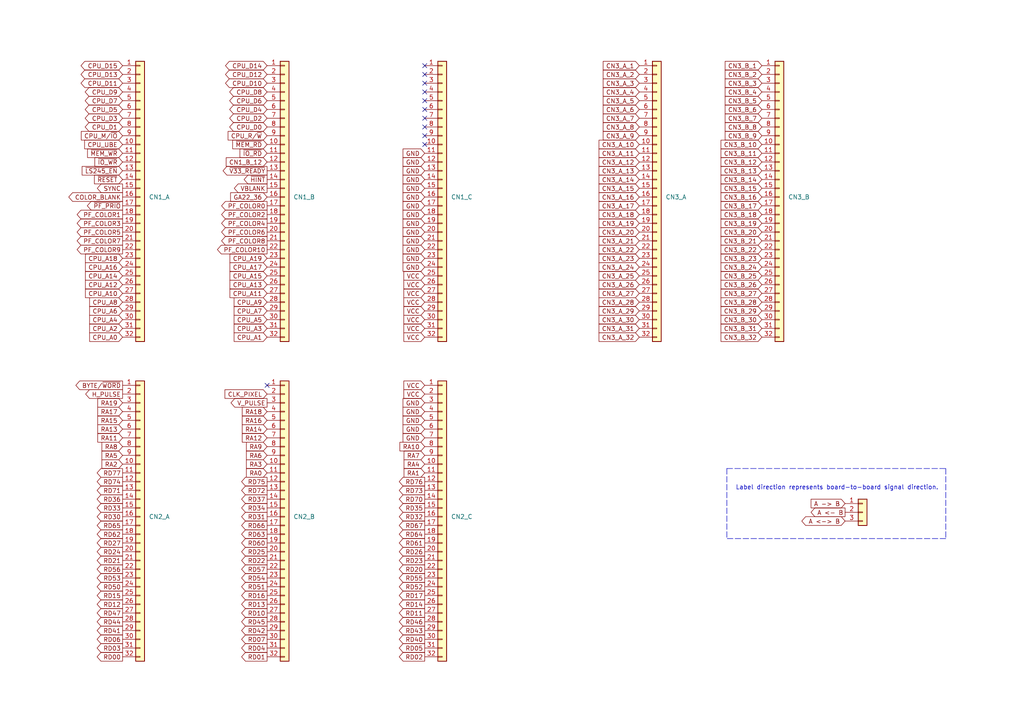
<source format=kicad_sch>
(kicad_sch (version 20211123) (generator eeschema)
  (paper "A4")
  (lib_symbols
    (symbol "Connector_Generic:Conn_01x03" (pin_names (offset 1.016) hide)
      (property "Reference" "J" (at 0 5.08 0))
      (property "Value" "Conn_01x03" (at 0 -5.08 0))
      (symbol "Conn_01x03_1_1"
        (rectangle (start -1.27 -2.413) (end 0 -2.667) (stroke (width 0.1524)))
        (rectangle (start -1.27 0.127) (end 0 -0.127) (stroke (width 0.1524)))
        (rectangle (start -1.27 2.667) (end 0 2.413) (stroke (width 0.1524)))
        (rectangle (start -1.27 3.81) (end 1.27 -3.81) (stroke (width 0.254)) (fill (type background)))
        (pin passive line (at -5.08 2.54 0) (length 3.81) (name "Pin_1") (number "1"))
        (pin passive line (at -5.08 0 0) (length 3.81) (name "Pin_2") (number "2"))
        (pin passive line (at -5.08 -2.54 0) (length 3.81) (name "Pin_3") (number "3"))
      )
    )
    (symbol "Connector_Generic:Conn_01x32" (pin_names (offset 1.016) hide)
      (property "Reference" "J" (at 0 40.64 0))
      (property "Value" "Conn_01x32" (at 0 -43.18 0))
      (symbol "Conn_01x32_1_1"
        (rectangle (start -1.27 -40.513) (end 0 -40.767) (stroke (width 0.1524)))
        (rectangle (start -1.27 -37.973) (end 0 -38.227) (stroke (width 0.1524)))
        (rectangle (start -1.27 -35.433) (end 0 -35.687) (stroke (width 0.1524)))
        (rectangle (start -1.27 -32.893) (end 0 -33.147) (stroke (width 0.1524)))
        (rectangle (start -1.27 -30.353) (end 0 -30.607) (stroke (width 0.1524)))
        (rectangle (start -1.27 -27.813) (end 0 -28.067) (stroke (width 0.1524)))
        (rectangle (start -1.27 -25.273) (end 0 -25.527) (stroke (width 0.1524)))
        (rectangle (start -1.27 -22.733) (end 0 -22.987) (stroke (width 0.1524)))
        (rectangle (start -1.27 -20.193) (end 0 -20.447) (stroke (width 0.1524)))
        (rectangle (start -1.27 -17.653) (end 0 -17.907) (stroke (width 0.1524)))
        (rectangle (start -1.27 -15.113) (end 0 -15.367) (stroke (width 0.1524)))
        (rectangle (start -1.27 -12.573) (end 0 -12.827) (stroke (width 0.1524)))
        (rectangle (start -1.27 -10.033) (end 0 -10.287) (stroke (width 0.1524)))
        (rectangle (start -1.27 -7.493) (end 0 -7.747) (stroke (width 0.1524)))
        (rectangle (start -1.27 -4.953) (end 0 -5.207) (stroke (width 0.1524)))
        (rectangle (start -1.27 -2.413) (end 0 -2.667) (stroke (width 0.1524)))
        (rectangle (start -1.27 0.127) (end 0 -0.127) (stroke (width 0.1524)))
        (rectangle (start -1.27 2.667) (end 0 2.413) (stroke (width 0.1524)))
        (rectangle (start -1.27 5.207) (end 0 4.953) (stroke (width 0.1524)))
        (rectangle (start -1.27 7.747) (end 0 7.493) (stroke (width 0.1524)))
        (rectangle (start -1.27 10.287) (end 0 10.033) (stroke (width 0.1524)))
        (rectangle (start -1.27 12.827) (end 0 12.573) (stroke (width 0.1524)))
        (rectangle (start -1.27 15.367) (end 0 15.113) (stroke (width 0.1524)))
        (rectangle (start -1.27 17.907) (end 0 17.653) (stroke (width 0.1524)))
        (rectangle (start -1.27 20.447) (end 0 20.193) (stroke (width 0.1524)))
        (rectangle (start -1.27 22.987) (end 0 22.733) (stroke (width 0.1524)))
        (rectangle (start -1.27 25.527) (end 0 25.273) (stroke (width 0.1524)))
        (rectangle (start -1.27 28.067) (end 0 27.813) (stroke (width 0.1524)))
        (rectangle (start -1.27 30.607) (end 0 30.353) (stroke (width 0.1524)))
        (rectangle (start -1.27 33.147) (end 0 32.893) (stroke (width 0.1524)))
        (rectangle (start -1.27 35.687) (end 0 35.433) (stroke (width 0.1524)))
        (rectangle (start -1.27 38.227) (end 0 37.973) (stroke (width 0.1524)))
        (rectangle (start -1.27 39.37) (end 1.27 -41.91) (stroke (width 0.254)) (fill (type background)))
        (pin passive line (at -5.08 38.1 0) (length 3.81) (name "Pin_1") (number "1"))
        (pin passive line (at -5.08 15.24 0) (length 3.81) (name "Pin_10") (number "10"))
        (pin passive line (at -5.08 12.7 0) (length 3.81) (name "Pin_11") (number "11"))
        (pin passive line (at -5.08 10.16 0) (length 3.81) (name "Pin_12") (number "12"))
        (pin passive line (at -5.08 7.62 0) (length 3.81) (name "Pin_13") (number "13"))
        (pin passive line (at -5.08 5.08 0) (length 3.81) (name "Pin_14") (number "14"))
        (pin passive line (at -5.08 2.54 0) (length 3.81) (name "Pin_15") (number "15"))
        (pin passive line (at -5.08 0 0) (length 3.81) (name "Pin_16") (number "16"))
        (pin passive line (at -5.08 -2.54 0) (length 3.81) (name "Pin_17") (number "17"))
        (pin passive line (at -5.08 -5.08 0) (length 3.81) (name "Pin_18") (number "18"))
        (pin passive line (at -5.08 -7.62 0) (length 3.81) (name "Pin_19") (number "19"))
        (pin passive line (at -5.08 35.56 0) (length 3.81) (name "Pin_2") (number "2"))
        (pin passive line (at -5.08 -10.16 0) (length 3.81) (name "Pin_20") (number "20"))
        (pin passive line (at -5.08 -12.7 0) (length 3.81) (name "Pin_21") (number "21"))
        (pin passive line (at -5.08 -15.24 0) (length 3.81) (name "Pin_22") (number "22"))
        (pin passive line (at -5.08 -17.78 0) (length 3.81) (name "Pin_23") (number "23"))
        (pin passive line (at -5.08 -20.32 0) (length 3.81) (name "Pin_24") (number "24"))
        (pin passive line (at -5.08 -22.86 0) (length 3.81) (name "Pin_25") (number "25"))
        (pin passive line (at -5.08 -25.4 0) (length 3.81) (name "Pin_26") (number "26"))
        (pin passive line (at -5.08 -27.94 0) (length 3.81) (name "Pin_27") (number "27"))
        (pin passive line (at -5.08 -30.48 0) (length 3.81) (name "Pin_28") (number "28"))
        (pin passive line (at -5.08 -33.02 0) (length 3.81) (name "Pin_29") (number "29"))
        (pin passive line (at -5.08 33.02 0) (length 3.81) (name "Pin_3") (number "3"))
        (pin passive line (at -5.08 -35.56 0) (length 3.81) (name "Pin_30") (number "30"))
        (pin passive line (at -5.08 -38.1 0) (length 3.81) (name "Pin_31") (number "31"))
        (pin passive line (at -5.08 -40.64 0) (length 3.81) (name "Pin_32") (number "32"))
        (pin passive line (at -5.08 30.48 0) (length 3.81) (name "Pin_4") (number "4"))
        (pin passive line (at -5.08 27.94 0) (length 3.81) (name "Pin_5") (number "5"))
        (pin passive line (at -5.08 25.4 0) (length 3.81) (name "Pin_6") (number "6"))
        (pin passive line (at -5.08 22.86 0) (length 3.81) (name "Pin_7") (number "7"))
        (pin passive line (at -5.08 20.32 0) (length 3.81) (name "Pin_8") (number "8"))
        (pin passive line (at -5.08 17.78 0) (length 3.81) (name "Pin_9") (number "9"))
      )
    )
  )
  (no_connect (at 123.19 36.83))
  (no_connect (at 123.19 24.13))
  (no_connect (at 123.19 21.59))
  (no_connect (at 77.47 111.76))
  (no_connect (at 123.19 29.21))
  (no_connect (at 123.19 31.75))
  (no_connect (at 123.19 39.37))
  (no_connect (at 123.19 34.29))
  (no_connect (at 123.19 19.05))
  (no_connect (at 123.19 26.67))
  (no_connect (at 123.19 41.91))
  (polyline (pts (xy 274.32 156.21) (xy 210.82 156.21)))
  (polyline (pts (xy 274.32 135.89) (xy 274.32 156.21)))
  (polyline (pts (xy 210.82 135.89) (xy 210.82 156.21)))
  (polyline (pts (xy 210.82 135.89) (xy 274.32 135.89)))
  (text "Label direction represents board-to-board signal direction." (at 213.36 142.24 0) (effects (font (size 1.27 1.27)) (justify left bottom)))
  (global_label "GND" (shape input) (at 123.19 62.23 180) (property "Intersheet References" "${INTERSHEET_REFS}" (effects hide)))
  (global_label "CPU_D10" (shape bidirectional) (at 77.47 24.13 180) (property "Intersheet References" "${INTERSHEET_REFS}" (effects hide)))
  (global_label "CPU_M{slash}~{IO}" (shape input) (at 35.56 39.37 180) (property "Intersheet References" "${INTERSHEET_REFS}" (effects hide)))
  (global_label "CN3_B_16" (shape input) (at 220.98 57.15 180) (property "Intersheet References" "${INTERSHEET_REFS}" (effects hide)))
  (global_label "CPU_D3" (shape bidirectional) (at 35.56 34.29 180) (property "Intersheet References" "${INTERSHEET_REFS}" (effects hide)))
  (global_label "CN3_B_14" (shape input) (at 220.98 52.07 180) (property "Intersheet References" "${INTERSHEET_REFS}" (effects hide)))
  (global_label "GND" (shape input) (at 123.19 57.15 180) (property "Intersheet References" "${INTERSHEET_REFS}" (effects hide)))
  (global_label "VCC" (shape input) (at 123.19 82.55 180) (property "Intersheet References" "${INTERSHEET_REFS}" (effects hide)))
  (global_label "CN3_A_20" (shape input) (at 185.42 67.31 180) (property "Intersheet References" "${INTERSHEET_REFS}" (effects hide)))
  (global_label "CN3_A_1" (shape input) (at 185.42 19.05 180) (property "Intersheet References" "${INTERSHEET_REFS}" (effects hide)))
  (global_label "~{LS245_EN}" (shape input) (at 35.56 49.53 180) (property "Intersheet References" "${INTERSHEET_REFS}" (effects hide)))
  (global_label "RD41" (shape output) (at 35.56 182.88 180) (property "Intersheet References" "${INTERSHEET_REFS}" (effects hide)))
  (global_label "RD51" (shape output) (at 77.47 170.18 180) (property "Intersheet References" "${INTERSHEET_REFS}" (effects hide)))
  (global_label "RD16" (shape output) (at 77.47 172.72 180) (property "Intersheet References" "${INTERSHEET_REFS}" (effects hide)))
  (global_label "GA22_36" (shape input) (at 77.47 57.15 180) (property "Intersheet References" "${INTERSHEET_REFS}" (effects hide)))
  (global_label "CN3_A_16" (shape input) (at 185.42 57.15 180) (property "Intersheet References" "${INTERSHEET_REFS}" (effects hide)))
  (global_label "CPU_A6" (shape input) (at 35.56 90.17 180) (property "Intersheet References" "${INTERSHEET_REFS}" (effects hide)))
  (global_label "A <- B" (shape output) (at 245.11 148.59 180) (property "Intersheet References" "${INTERSHEET_REFS}" (effects hide)))
  (global_label "GND" (shape input) (at 123.19 44.45 180) (property "Intersheet References" "${INTERSHEET_REFS}" (effects hide)))
  (global_label "CN3_B_3" (shape input) (at 220.98 24.13 180) (property "Intersheet References" "${INTERSHEET_REFS}" (effects hide)))
  (global_label "CN3_B_9" (shape input) (at 220.98 39.37 180) (property "Intersheet References" "${INTERSHEET_REFS}" (effects hide)))
  (global_label "~{IO_WR}" (shape input) (at 35.56 46.99 180) (property "Intersheet References" "${INTERSHEET_REFS}" (effects hide)))
  (global_label "CN3_A_28" (shape input) (at 185.42 87.63 180) (property "Intersheet References" "${INTERSHEET_REFS}" (effects hide)))
  (global_label "CN3_A_31" (shape input) (at 185.42 95.25 180) (property "Intersheet References" "${INTERSHEET_REFS}" (effects hide)))
  (global_label "CPU_A18" (shape input) (at 35.56 74.93 180) (property "Intersheet References" "${INTERSHEET_REFS}" (effects hide)))
  (global_label "CPU_A7" (shape input) (at 77.47 90.17 180) (property "Intersheet References" "${INTERSHEET_REFS}" (effects hide)))
  (global_label "CPU_A4" (shape input) (at 35.56 92.71 180) (property "Intersheet References" "${INTERSHEET_REFS}" (effects hide)))
  (global_label "RD23" (shape output) (at 123.19 162.56 180) (property "Intersheet References" "${INTERSHEET_REFS}" (effects hide)))
  (global_label "RA4" (shape input) (at 123.19 134.62 180) (property "Intersheet References" "${INTERSHEET_REFS}" (effects hide)))
  (global_label "CPU_D8" (shape bidirectional) (at 77.47 26.67 180) (property "Intersheet References" "${INTERSHEET_REFS}" (effects hide)))
  (global_label "RD40" (shape output) (at 123.19 185.42 180) (property "Intersheet References" "${INTERSHEET_REFS}" (effects hide)))
  (global_label "RA10" (shape input) (at 123.19 129.54 180) (property "Intersheet References" "${INTERSHEET_REFS}" (effects hide)))
  (global_label "RD67" (shape output) (at 123.19 152.4 180) (property "Intersheet References" "${INTERSHEET_REFS}" (effects hide)))
  (global_label "CPU_A16" (shape input) (at 35.56 77.47 180) (property "Intersheet References" "${INTERSHEET_REFS}" (effects hide)))
  (global_label "CN3_A_25" (shape input) (at 185.42 80.01 180) (property "Intersheet References" "${INTERSHEET_REFS}" (effects hide)))
  (global_label "VCC" (shape input) (at 123.19 111.76 180) (property "Intersheet References" "${INTERSHEET_REFS}" (effects hide)))
  (global_label "GND" (shape input) (at 123.19 49.53 180) (property "Intersheet References" "${INTERSHEET_REFS}" (effects hide)))
  (global_label "PF_COLOR9" (shape output) (at 35.56 72.39 180) (property "Intersheet References" "${INTERSHEET_REFS}" (effects hide)))
  (global_label "RD33" (shape output) (at 35.56 147.32 180) (property "Intersheet References" "${INTERSHEET_REFS}" (effects hide)))
  (global_label "RD00" (shape output) (at 35.56 190.5 180) (property "Intersheet References" "${INTERSHEET_REFS}" (effects hide)))
  (global_label "RD66" (shape output) (at 77.47 152.4 180) (property "Intersheet References" "${INTERSHEET_REFS}" (effects hide)))
  (global_label "RD06" (shape output) (at 35.56 185.42 180) (property "Intersheet References" "${INTERSHEET_REFS}" (effects hide)))
  (global_label "CPU_R{slash}~{W}" (shape input) (at 77.47 39.37 180) (property "Intersheet References" "${INTERSHEET_REFS}" (effects hide)))
  (global_label "RA14" (shape input) (at 77.47 124.46 180) (property "Intersheet References" "${INTERSHEET_REFS}" (effects hide)))
  (global_label "CPU_D12" (shape bidirectional) (at 77.47 21.59 180) (property "Intersheet References" "${INTERSHEET_REFS}" (effects hide)))
  (global_label "GND" (shape input) (at 123.19 52.07 180) (property "Intersheet References" "${INTERSHEET_REFS}" (effects hide)))
  (global_label "CN3_A_30" (shape input) (at 185.42 92.71 180) (property "Intersheet References" "${INTERSHEET_REFS}" (effects hide)))
  (global_label "RD62" (shape output) (at 35.56 154.94 180) (property "Intersheet References" "${INTERSHEET_REFS}" (effects hide)))
  (global_label "CN3_A_21" (shape input) (at 185.42 69.85 180) (property "Intersheet References" "${INTERSHEET_REFS}" (effects hide)))
  (global_label "PF_COLOR5" (shape output) (at 35.56 67.31 180) (property "Intersheet References" "${INTERSHEET_REFS}" (effects hide)))
  (global_label "PF_COLOR10" (shape output) (at 77.47 72.39 180) (property "Intersheet References" "${INTERSHEET_REFS}" (effects hide)))
  (global_label "CPU_A0" (shape input) (at 35.56 97.79 180) (property "Intersheet References" "${INTERSHEET_REFS}" (effects hide)))
  (global_label "CN3_B_27" (shape input) (at 220.98 85.09 180) (property "Intersheet References" "${INTERSHEET_REFS}" (effects hide)))
  (global_label "GND" (shape input) (at 123.19 46.99 180) (property "Intersheet References" "${INTERSHEET_REFS}" (effects hide)))
  (global_label "VCC" (shape input) (at 123.19 97.79 180) (property "Intersheet References" "${INTERSHEET_REFS}" (effects hide)))
  (global_label "GND" (shape input) (at 123.19 127 180) (property "Intersheet References" "${INTERSHEET_REFS}" (effects hide)))
  (global_label "RA5" (shape input) (at 35.56 132.08 180) (property "Intersheet References" "${INTERSHEET_REFS}" (effects hide)))
  (global_label "VCC" (shape input) (at 123.19 92.71 180) (property "Intersheet References" "${INTERSHEET_REFS}" (effects hide)))
  (global_label "CN3_A_4" (shape input) (at 185.42 26.67 180) (property "Intersheet References" "${INTERSHEET_REFS}" (effects hide)))
  (global_label "VCC" (shape input) (at 123.19 90.17 180) (property "Intersheet References" "${INTERSHEET_REFS}" (effects hide)))
  (global_label "RD65" (shape output) (at 35.56 152.4 180) (property "Intersheet References" "${INTERSHEET_REFS}" (effects hide)))
  (global_label "RD47" (shape output) (at 35.56 177.8 180) (property "Intersheet References" "${INTERSHEET_REFS}" (effects hide)))
  (global_label "CN3_B_12" (shape input) (at 220.98 46.99 180) (property "Intersheet References" "${INTERSHEET_REFS}" (effects hide)))
  (global_label "CPU_A2" (shape input) (at 35.56 95.25 180) (property "Intersheet References" "${INTERSHEET_REFS}" (effects hide)))
  (global_label "CPU_D0" (shape bidirectional) (at 77.47 36.83 180) (property "Intersheet References" "${INTERSHEET_REFS}" (effects hide)))
  (global_label "CN3_B_1" (shape input) (at 220.98 19.05 180) (property "Intersheet References" "${INTERSHEET_REFS}" (effects hide)))
  (global_label "RD61" (shape output) (at 123.19 157.48 180) (property "Intersheet References" "${INTERSHEET_REFS}" (effects hide)))
  (global_label "RD07" (shape output) (at 77.47 185.42 180) (property "Intersheet References" "${INTERSHEET_REFS}" (effects hide)))
  (global_label "RA11" (shape input) (at 35.56 127 180) (property "Intersheet References" "${INTERSHEET_REFS}" (effects hide)))
  (global_label "CN3_A_11" (shape input) (at 185.42 44.45 180) (property "Intersheet References" "${INTERSHEET_REFS}" (effects hide)))
  (global_label "CN3_A_15" (shape input) (at 185.42 54.61 180) (property "Intersheet References" "${INTERSHEET_REFS}" (effects hide)))
  (global_label "RA9" (shape input) (at 77.47 129.54 180) (property "Intersheet References" "${INTERSHEET_REFS}" (effects hide)))
  (global_label "GND" (shape input) (at 123.19 116.84 180) (property "Intersheet References" "${INTERSHEET_REFS}" (effects hide)))
  (global_label "CN3_B_17" (shape input) (at 220.98 59.69 180) (property "Intersheet References" "${INTERSHEET_REFS}" (effects hide)))
  (global_label "RD12" (shape output) (at 35.56 175.26 180) (property "Intersheet References" "${INTERSHEET_REFS}" (effects hide)))
  (global_label "~{HINT}" (shape output) (at 77.47 52.07 180) (property "Intersheet References" "${INTERSHEET_REFS}" (effects hide)))
  (global_label "RD75" (shape output) (at 77.47 139.7 180) (property "Intersheet References" "${INTERSHEET_REFS}" (effects hide)))
  (global_label "CPU_A13" (shape input) (at 77.47 82.55 180) (property "Intersheet References" "${INTERSHEET_REFS}" (effects hide)))
  (global_label "RD71" (shape output) (at 35.56 142.24 180) (property "Intersheet References" "${INTERSHEET_REFS}" (effects hide)))
  (global_label "RD27" (shape output) (at 35.56 157.48 180) (property "Intersheet References" "${INTERSHEET_REFS}" (effects hide)))
  (global_label "CN3_A_14" (shape input) (at 185.42 52.07 180) (property "Intersheet References" "${INTERSHEET_REFS}" (effects hide)))
  (global_label "RA17" (shape input) (at 35.56 119.38 180) (property "Intersheet References" "${INTERSHEET_REFS}" (effects hide)))
  (global_label "CPU_A5" (shape input) (at 77.47 92.71 180) (property "Intersheet References" "${INTERSHEET_REFS}" (effects hide)))
  (global_label "RD20" (shape output) (at 123.19 165.1 180) (property "Intersheet References" "${INTERSHEET_REFS}" (effects hide)))
  (global_label "RA3" (shape input) (at 77.47 134.62 180) (property "Intersheet References" "${INTERSHEET_REFS}" (effects hide)))
  (global_label "RD64" (shape output) (at 123.19 154.94 180) (property "Intersheet References" "${INTERSHEET_REFS}" (effects hide)))
  (global_label "CN3_A_5" (shape input) (at 185.42 29.21 180) (property "Intersheet References" "${INTERSHEET_REFS}" (effects hide)))
  (global_label "CPU_D13" (shape bidirectional) (at 35.56 21.59 180) (property "Intersheet References" "${INTERSHEET_REFS}" (effects hide)))
  (global_label "PF_COLOR6" (shape output) (at 77.47 67.31 180) (property "Intersheet References" "${INTERSHEET_REFS}" (effects hide)))
  (global_label "CN3_B_23" (shape input) (at 220.98 74.93 180) (property "Intersheet References" "${INTERSHEET_REFS}" (effects hide)))
  (global_label "RD56" (shape output) (at 35.56 165.1 180) (property "Intersheet References" "${INTERSHEET_REFS}" (effects hide)))
  (global_label "RD37" (shape output) (at 77.47 144.78 180) (property "Intersheet References" "${INTERSHEET_REFS}" (effects hide)))
  (global_label "CPU_A19" (shape input) (at 77.47 74.93 180) (property "Intersheet References" "${INTERSHEET_REFS}" (effects hide)))
  (global_label "PF_COLOR3" (shape output) (at 35.56 64.77 180) (property "Intersheet References" "${INTERSHEET_REFS}" (effects hide)))
  (global_label "CN3_A_24" (shape input) (at 185.42 77.47 180) (property "Intersheet References" "${INTERSHEET_REFS}" (effects hide)))
  (global_label "CPU_A8" (shape input) (at 35.56 87.63 180) (property "Intersheet References" "${INTERSHEET_REFS}" (effects hide)))
  (global_label "CN3_A_3" (shape input) (at 185.42 24.13 180) (property "Intersheet References" "${INTERSHEET_REFS}" (effects hide)))
  (global_label "CPU_D4" (shape bidirectional) (at 77.47 31.75 180) (property "Intersheet References" "${INTERSHEET_REFS}" (effects hide)))
  (global_label "VCC" (shape input) (at 123.19 85.09 180) (property "Intersheet References" "${INTERSHEET_REFS}" (effects hide)))
  (global_label "CPU_D11" (shape bidirectional) (at 35.56 24.13 180) (property "Intersheet References" "${INTERSHEET_REFS}" (effects hide)))
  (global_label "RD54" (shape output) (at 77.47 167.64 180) (property "Intersheet References" "${INTERSHEET_REFS}" (effects hide)))
  (global_label "~{PF_PRIO}" (shape output) (at 35.56 59.69 180) (property "Intersheet References" "${INTERSHEET_REFS}" (effects hide)))
  (global_label "CN3_A_18" (shape input) (at 185.42 62.23 180) (property "Intersheet References" "${INTERSHEET_REFS}" (effects hide)))
  (global_label "~{IO_RD}" (shape input) (at 77.47 44.45 180) (property "Intersheet References" "${INTERSHEET_REFS}" (effects hide)))
  (global_label "CN3_A_10" (shape input) (at 185.42 41.91 180) (property "Intersheet References" "${INTERSHEET_REFS}" (effects hide)))
  (global_label "CN3_B_7" (shape input) (at 220.98 34.29 180) (property "Intersheet References" "${INTERSHEET_REFS}" (effects hide)))
  (global_label "CPU_A12" (shape input) (at 35.56 82.55 180) (property "Intersheet References" "${INTERSHEET_REFS}" (effects hide)))
  (global_label "CN3_B_24" (shape input) (at 220.98 77.47 180) (property "Intersheet References" "${INTERSHEET_REFS}" (effects hide)))
  (global_label "RA15" (shape input) (at 35.56 121.92 180) (property "Intersheet References" "${INTERSHEET_REFS}" (effects hide)))
  (global_label "RA12" (shape input) (at 77.47 127 180) (property "Intersheet References" "${INTERSHEET_REFS}" (effects hide)))
  (global_label "RD43" (shape output) (at 123.19 182.88 180) (property "Intersheet References" "${INTERSHEET_REFS}" (effects hide)))
  (global_label "CN3_B_29" (shape input) (at 220.98 90.17 180) (property "Intersheet References" "${INTERSHEET_REFS}" (effects hide)))
  (global_label "CPU_UBE" (shape input) (at 35.56 41.91 180) (property "Intersheet References" "${INTERSHEET_REFS}" (effects hide)))
  (global_label "CN3_A_29" (shape input) (at 185.42 90.17 180) (property "Intersheet References" "${INTERSHEET_REFS}" (effects hide)))
  (global_label "RA7" (shape input) (at 123.19 132.08 180) (property "Intersheet References" "${INTERSHEET_REFS}" (effects hide)))
  (global_label "RD36" (shape output) (at 35.56 144.78 180) (property "Intersheet References" "${INTERSHEET_REFS}" (effects hide)))
  (global_label "RD73" (shape output) (at 123.19 142.24 180) (property "Intersheet References" "${INTERSHEET_REFS}" (effects hide)))
  (global_label "RD30" (shape output) (at 35.56 149.86 180) (property "Intersheet References" "${INTERSHEET_REFS}" (effects hide)))
  (global_label "CN3_B_13" (shape input) (at 220.98 49.53 180) (property "Intersheet References" "${INTERSHEET_REFS}" (effects hide)))
  (global_label "CN3_B_19" (shape input) (at 220.98 64.77 180) (property "Intersheet References" "${INTERSHEET_REFS}" (effects hide)))
  (global_label "~{RESET}" (shape input) (at 35.56 52.07 180) (property "Intersheet References" "${INTERSHEET_REFS}" (effects hide)))
  (global_label "RD32" (shape output) (at 123.19 149.86 180) (property "Intersheet References" "${INTERSHEET_REFS}" (effects hide)))
  (global_label "RD01" (shape output) (at 77.47 190.5 180) (property "Intersheet References" "${INTERSHEET_REFS}" (effects hide)))
  (global_label "VCC" (shape input) (at 123.19 80.01 180) (property "Intersheet References" "${INTERSHEET_REFS}" (effects hide)))
  (global_label "CN3_A_8" (shape input) (at 185.42 36.83 180) (property "Intersheet References" "${INTERSHEET_REFS}" (effects hide)))
  (global_label "VCC" (shape input) (at 123.19 114.3 180) (property "Intersheet References" "${INTERSHEET_REFS}" (effects hide)))
  (global_label "CN3_B_4" (shape input) (at 220.98 26.67 180) (property "Intersheet References" "${INTERSHEET_REFS}" (effects hide)))
  (global_label "RA8" (shape input) (at 35.56 129.54 180) (property "Intersheet References" "${INTERSHEET_REFS}" (effects hide)))
  (global_label "CN3_B_28" (shape input) (at 220.98 87.63 180) (property "Intersheet References" "${INTERSHEET_REFS}" (effects hide)))
  (global_label "RA1" (shape input) (at 123.19 137.16 180) (property "Intersheet References" "${INTERSHEET_REFS}" (effects hide)))
  (global_label "CN3_A_23" (shape input) (at 185.42 74.93 180) (property "Intersheet References" "${INTERSHEET_REFS}" (effects hide)))
  (global_label "RD22" (shape output) (at 77.47 162.56 180) (property "Intersheet References" "${INTERSHEET_REFS}" (effects hide)))
  (global_label "VBLANK" (shape output) (at 77.47 54.61 180) (property "Intersheet References" "${INTERSHEET_REFS}" (effects hide)))
  (global_label "CLK_PIXEL" (shape input) (at 77.47 114.3 180) (property "Intersheet References" "${INTERSHEET_REFS}" (effects hide)))
  (global_label "RD76" (shape output) (at 123.19 139.7 180) (property "Intersheet References" "${INTERSHEET_REFS}" (effects hide)))
  (global_label "A <-> B" (shape bidirectional) (at 245.11 151.13 180) (property "Intersheet References" "${INTERSHEET_REFS}" (effects hide)))
  (global_label "CN3_A_2" (shape input) (at 185.42 21.59 180) (property "Intersheet References" "${INTERSHEET_REFS}" (effects hide)))
  (global_label "RD15" (shape output) (at 35.56 172.72 180) (property "Intersheet References" "${INTERSHEET_REFS}" (effects hide)))
  (global_label "PF_COLOR2" (shape output) (at 77.47 62.23 180) (property "Intersheet References" "${INTERSHEET_REFS}" (effects hide)))
  (global_label "RD05" (shape output) (at 123.19 187.96 180) (property "Intersheet References" "${INTERSHEET_REFS}" (effects hide)))
  (global_label "CPU_A17" (shape input) (at 77.47 77.47 180) (property "Intersheet References" "${INTERSHEET_REFS}" (effects hide)))
  (global_label "PF_COLOR4" (shape output) (at 77.47 64.77 180) (property "Intersheet References" "${INTERSHEET_REFS}" (effects hide)))
  (global_label "CN3_B_20" (shape input) (at 220.98 67.31 180) (property "Intersheet References" "${INTERSHEET_REFS}" (effects hide)))
  (global_label "RD24" (shape output) (at 35.56 160.02 180) (property "Intersheet References" "${INTERSHEET_REFS}" (effects hide)))
  (global_label "RD52" (shape output) (at 123.19 170.18 180) (property "Intersheet References" "${INTERSHEET_REFS}" (effects hide)))
  (global_label "PF_COLOR0" (shape output) (at 77.47 59.69 180) (property "Intersheet References" "${INTERSHEET_REFS}" (effects hide)))
  (global_label "GND" (shape input) (at 123.19 69.85 180) (property "Intersheet References" "${INTERSHEET_REFS}" (effects hide)))
  (global_label "BYTE{slash}~{WORD}" (shape output) (at 35.56 111.76 180) (property "Intersheet References" "${INTERSHEET_REFS}" (effects hide)))
  (global_label "RD60" (shape output) (at 77.47 157.48 180) (property "Intersheet References" "${INTERSHEET_REFS}" (effects hide)))
  (global_label "RD21" (shape output) (at 35.56 162.56 180) (property "Intersheet References" "${INTERSHEET_REFS}" (effects hide)))
  (global_label "VCC" (shape input) (at 123.19 87.63 180) (property "Intersheet References" "${INTERSHEET_REFS}" (effects hide)))
  (global_label "CPU_D7" (shape bidirectional) (at 35.56 29.21 180) (property "Intersheet References" "${INTERSHEET_REFS}" (effects hide)))
  (global_label "PF_COLOR1" (shape output) (at 35.56 62.23 180) (property "Intersheet References" "${INTERSHEET_REFS}" (effects hide)))
  (global_label "CPU_D2" (shape bidirectional) (at 77.47 34.29 180) (property "Intersheet References" "${INTERSHEET_REFS}" (effects hide)))
  (global_label "PF_COLOR7" (shape output) (at 35.56 69.85 180) (property "Intersheet References" "${INTERSHEET_REFS}" (effects hide)))
  (global_label "RD03" (shape output) (at 35.56 187.96 180) (property "Intersheet References" "${INTERSHEET_REFS}" (effects hide)))
  (global_label "RD70" (shape output) (at 123.19 144.78 180) (property "Intersheet References" "${INTERSHEET_REFS}" (effects hide)))
  (global_label "CN3_A_19" (shape input) (at 185.42 64.77 180) (property "Intersheet References" "${INTERSHEET_REFS}" (effects hide)))
  (global_label "GND" (shape input) (at 123.19 67.31 180) (property "Intersheet References" "${INTERSHEET_REFS}" (effects hide)))
  (global_label "CN3_B_26" (shape input) (at 220.98 82.55 180) (property "Intersheet References" "${INTERSHEET_REFS}" (effects hide)))
  (global_label "GND" (shape input) (at 123.19 72.39 180) (property "Intersheet References" "${INTERSHEET_REFS}" (effects hide)))
  (global_label "RD11" (shape output) (at 123.19 177.8 180) (property "Intersheet References" "${INTERSHEET_REFS}" (effects hide)))
  (global_label "RD53" (shape output) (at 35.56 167.64 180) (property "Intersheet References" "${INTERSHEET_REFS}" (effects hide)))
  (global_label "A -> B" (shape input) (at 245.11 146.05 180) (property "Intersheet References" "${INTERSHEET_REFS}" (effects hide)))
  (global_label "RD13" (shape output) (at 77.47 175.26 180) (property "Intersheet References" "${INTERSHEET_REFS}" (effects hide)))
  (global_label "GND" (shape input) (at 123.19 119.38 180) (property "Intersheet References" "${INTERSHEET_REFS}" (effects hide)))
  (global_label "RD74" (shape output) (at 35.56 139.7 180) (property "Intersheet References" "${INTERSHEET_REFS}" (effects hide)))
  (global_label "CN3_B_32" (shape input) (at 220.98 97.79 180) (property "Intersheet References" "${INTERSHEET_REFS}" (effects hide)))
  (global_label "RD55" (shape output) (at 123.19 167.64 180) (property "Intersheet References" "${INTERSHEET_REFS}" (effects hide)))
  (global_label "CN1_B_12" (shape input) (at 77.47 46.99 180) (property "Intersheet References" "${INTERSHEET_REFS}" (effects hide)))
  (global_label "CN3_B_2" (shape input) (at 220.98 21.59 180) (property "Intersheet References" "${INTERSHEET_REFS}" (effects hide)))
  (global_label "CN3_B_10" (shape input) (at 220.98 41.91 180) (property "Intersheet References" "${INTERSHEET_REFS}" (effects hide)))
  (global_label "CN3_B_15" (shape input) (at 220.98 54.61 180) (property "Intersheet References" "${INTERSHEET_REFS}" (effects hide)))
  (global_label "CPU_A15" (shape input) (at 77.47 80.01 180) (property "Intersheet References" "${INTERSHEET_REFS}" (effects hide)))
  (global_label "RA0" (shape input) (at 77.47 137.16 180) (property "Intersheet References" "${INTERSHEET_REFS}" (effects hide)))
  (global_label "V_PULSE" (shape output) (at 77.47 116.84 180) (property "Intersheet References" "${INTERSHEET_REFS}" (effects hide)))
  (global_label "CPU_D9" (shape bidirectional) (at 35.56 26.67 180) (property "Intersheet References" "${INTERSHEET_REFS}" (effects hide)))
  (global_label "RD72" (shape output) (at 77.47 142.24 180) (property "Intersheet References" "${INTERSHEET_REFS}" (effects hide)))
  (global_label "CN3_B_5" (shape input) (at 220.98 29.21 180) (property "Intersheet References" "${INTERSHEET_REFS}" (effects hide)))
  (global_label "GND" (shape input) (at 123.19 74.93 180) (property "Intersheet References" "${INTERSHEET_REFS}" (effects hide)))
  (global_label "RD04" (shape output) (at 77.47 187.96 180) (property "Intersheet References" "${INTERSHEET_REFS}" (effects hide)))
  (global_label "CN3_A_9" (shape input) (at 185.42 39.37 180) (property "Intersheet References" "${INTERSHEET_REFS}" (effects hide)))
  (global_label "~{V33_READY}" (shape output) (at 77.47 49.53 180) (property "Intersheet References" "${INTERSHEET_REFS}" (effects hide)))
  (global_label "CPU_D5" (shape bidirectional) (at 35.56 31.75 180) (property "Intersheet References" "${INTERSHEET_REFS}" (effects hide)))
  (global_label "RD35" (shape output) (at 123.19 147.32 180) (property "Intersheet References" "${INTERSHEET_REFS}" (effects hide)))
  (global_label "CN3_B_11" (shape input) (at 220.98 44.45 180) (property "Intersheet References" "${INTERSHEET_REFS}" (effects hide)))
  (global_label "PF_COLOR8" (shape output) (at 77.47 69.85 180) (property "Intersheet References" "${INTERSHEET_REFS}" (effects hide)))
  (global_label "H_PULSE" (shape output) (at 35.56 114.3 180) (property "Intersheet References" "${INTERSHEET_REFS}" (effects hide)))
  (global_label "RD34" (shape output) (at 77.47 147.32 180) (property "Intersheet References" "${INTERSHEET_REFS}" (effects hide)))
  (global_label "CPU_A11" (shape input) (at 77.47 85.09 180) (property "Intersheet References" "${INTERSHEET_REFS}" (effects hide)))
  (global_label "RD02" (shape output) (at 123.19 190.5 180) (property "Intersheet References" "${INTERSHEET_REFS}" (effects hide)))
  (global_label "CN3_B_22" (shape input) (at 220.98 72.39 180) (property "Intersheet References" "${INTERSHEET_REFS}" (effects hide)))
  (global_label "RD10" (shape output) (at 77.47 177.8 180) (property "Intersheet References" "${INTERSHEET_REFS}" (effects hide)))
  (global_label "RD46" (shape output) (at 123.19 180.34 180) (property "Intersheet References" "${INTERSHEET_REFS}" (effects hide)))
  (global_label "CN3_A_6" (shape input) (at 185.42 31.75 180) (property "Intersheet References" "${INTERSHEET_REFS}" (effects hide)))
  (global_label "GND" (shape input) (at 123.19 77.47 180) (property "Intersheet References" "${INTERSHEET_REFS}" (effects hide)))
  (global_label "~{MEM_RD}" (shape input) (at 77.47 41.91 180) (property "Intersheet References" "${INTERSHEET_REFS}" (effects hide)))
  (global_label "CN3_B_21" (shape input) (at 220.98 69.85 180) (property "Intersheet References" "${INTERSHEET_REFS}" (effects hide)))
  (global_label "RA13" (shape input) (at 35.56 124.46 180) (property "Intersheet References" "${INTERSHEET_REFS}" (effects hide)))
  (global_label "RD31" (shape output) (at 77.47 149.86 180) (property "Intersheet References" "${INTERSHEET_REFS}" (effects hide)))
  (global_label "RD50" (shape output) (at 35.56 170.18 180) (property "Intersheet References" "${INTERSHEET_REFS}" (effects hide)))
  (global_label "RD63" (shape output) (at 77.47 154.94 180) (property "Intersheet References" "${INTERSHEET_REFS}" (effects hide)))
  (global_label "CPU_A9" (shape input) (at 77.47 87.63 180) (property "Intersheet References" "${INTERSHEET_REFS}" (effects hide)))
  (global_label "CPU_A14" (shape input) (at 35.56 80.01 180) (property "Intersheet References" "${INTERSHEET_REFS}" (effects hide)))
  (global_label "CN3_B_18" (shape input) (at 220.98 62.23 180) (property "Intersheet References" "${INTERSHEET_REFS}" (effects hide)))
  (global_label "CN3_A_17" (shape input) (at 185.42 59.69 180) (property "Intersheet References" "${INTERSHEET_REFS}" (effects hide)))
  (global_label "RA18" (shape input) (at 77.47 119.38 180) (property "Intersheet References" "${INTERSHEET_REFS}" (effects hide)))
  (global_label "CPU_A3" (shape input) (at 77.47 95.25 180) (property "Intersheet References" "${INTERSHEET_REFS}" (effects hide)))
  (global_label "RD44" (shape output) (at 35.56 180.34 180) (property "Intersheet References" "${INTERSHEET_REFS}" (effects hide)))
  (global_label "CN3_A_22" (shape input) (at 185.42 72.39 180) (property "Intersheet References" "${INTERSHEET_REFS}" (effects hide)))
  (global_label "RA16" (shape input) (at 77.47 121.92 180) (property "Intersheet References" "${INTERSHEET_REFS}" (effects hide)))
  (global_label "CN3_B_30" (shape input) (at 220.98 92.71 180) (property "Intersheet References" "${INTERSHEET_REFS}" (effects hide)))
  (global_label "CPU_A10" (shape input) (at 35.56 85.09 180) (property "Intersheet References" "${INTERSHEET_REFS}" (effects hide)))
  (global_label "GND" (shape input) (at 123.19 64.77 180) (property "Intersheet References" "${INTERSHEET_REFS}" (effects hide)))
  (global_label "CN3_B_6" (shape input) (at 220.98 31.75 180) (property "Intersheet References" "${INTERSHEET_REFS}" (effects hide)))
  (global_label "CN3_B_25" (shape input) (at 220.98 80.01 180) (property "Intersheet References" "${INTERSHEET_REFS}" (effects hide)))
  (global_label "GND" (shape input) (at 123.19 59.69 180) (property "Intersheet References" "${INTERSHEET_REFS}" (effects hide)))
  (global_label "CPU_D15" (shape bidirectional) (at 35.56 19.05 180) (property "Intersheet References" "${INTERSHEET_REFS}" (effects hide)))
  (global_label "RA2" (shape input) (at 35.56 134.62 180) (property "Intersheet References" "${INTERSHEET_REFS}" (effects hide)))
  (global_label "~{MEM_WR}" (shape input) (at 35.56 44.45 180) (property "Intersheet References" "${INTERSHEET_REFS}" (effects hide)))
  (global_label "RD57" (shape output) (at 77.47 165.1 180) (property "Intersheet References" "${INTERSHEET_REFS}" (effects hide)))
  (global_label "CPU_D6" (shape bidirectional) (at 77.47 29.21 180) (property "Intersheet References" "${INTERSHEET_REFS}" (effects hide)))
  (global_label "CN3_B_8" (shape input) (at 220.98 36.83 180) (property "Intersheet References" "${INTERSHEET_REFS}" (effects hide)))
  (global_label "CN3_A_27" (shape input) (at 185.42 85.09 180) (property "Intersheet References" "${INTERSHEET_REFS}" (effects hide)))
  (global_label "CPU_A1" (shape input) (at 77.47 97.79 180) (property "Intersheet References" "${INTERSHEET_REFS}" (effects hide)))
  (global_label "GND" (shape input) (at 123.19 121.92 180) (property "Intersheet References" "${INTERSHEET_REFS}" (effects hide)))
  (global_label "VCC" (shape input) (at 123.19 95.25 180) (property "Intersheet References" "${INTERSHEET_REFS}" (effects hide)))
  (global_label "COLOR_BLANK" (shape output) (at 35.56 57.15 180) (property "Intersheet References" "${INTERSHEET_REFS}" (effects hide)))
  (global_label "RA19" (shape input) (at 35.56 116.84 180) (property "Intersheet References" "${INTERSHEET_REFS}" (effects hide)))
  (global_label "GND" (shape input) (at 123.19 124.46 180) (property "Intersheet References" "${INTERSHEET_REFS}" (effects hide)))
  (global_label "RD26" (shape output) (at 123.19 160.02 180) (property "Intersheet References" "${INTERSHEET_REFS}" (effects hide)))
  (global_label "RD17" (shape output) (at 123.19 172.72 180) (property "Intersheet References" "${INTERSHEET_REFS}" (effects hide)))
  (global_label "CPU_D14" (shape bidirectional) (at 77.47 19.05 180) (property "Intersheet References" "${INTERSHEET_REFS}" (effects hide)))
  (global_label "CN3_B_31" (shape input) (at 220.98 95.25 180) (property "Intersheet References" "${INTERSHEET_REFS}" (effects hide)))
  (global_label "CPU_D1" (shape bidirectional) (at 35.56 36.83 180) (property "Intersheet References" "${INTERSHEET_REFS}" (effects hide)))
  (global_label "RD77" (shape output) (at 35.56 137.16 180) (property "Intersheet References" "${INTERSHEET_REFS}" (effects hide)))
  (global_label "CN3_A_32" (shape input) (at 185.42 97.79 180) (property "Intersheet References" "${INTERSHEET_REFS}" (effects hide)))
  (global_label "CN3_A_7" (shape input) (at 185.42 34.29 180) (property "Intersheet References" "${INTERSHEET_REFS}" (effects hide)))
  (global_label "CN3_A_12" (shape input) (at 185.42 46.99 180) (property "Intersheet References" "${INTERSHEET_REFS}" (effects hide)))
  (global_label "RD45" (shape output) (at 77.47 180.34 180) (property "Intersheet References" "${INTERSHEET_REFS}" (effects hide)))
  (global_label "RD42" (shape output) (at 77.47 182.88 180) (property "Intersheet References" "${INTERSHEET_REFS}" (effects hide)))
  (global_label "SYNC" (shape output) (at 35.56 54.61 180) (property "Intersheet References" "${INTERSHEET_REFS}" (effects hide)))
  (global_label "CN3_A_13" (shape input) (at 185.42 49.53 180) (property "Intersheet References" "${INTERSHEET_REFS}" (effects hide)))
  (global_label "GND" (shape input) (at 123.19 54.61 180) (property "Intersheet References" "${INTERSHEET_REFS}" (effects hide)))
  (global_label "RA6" (shape input) (at 77.47 132.08 180) (property "Intersheet References" "${INTERSHEET_REFS}" (effects hide)))
  (global_label "RD14" (shape output) (at 123.19 175.26 180) (property "Intersheet References" "${INTERSHEET_REFS}" (effects hide)))
  (global_label "CN3_A_26" (shape input) (at 185.42 82.55 180) (property "Intersheet References" "${INTERSHEET_REFS}" (effects hide)))
  (global_label "RD25" (shape output) (at 77.47 160.02 180) (property "Intersheet References" "${INTERSHEET_REFS}" (effects hide)))
  (symbol (lib_id "Connector_Generic:Conn_01x03") (at 250.19 148.59 0) (unit 1)
    (property "Reference" "J?" (effects hide))
    (property "Value" "Conn_01x03" (effects hide))
  )
  (symbol (lib_id "Connector_Generic:Conn_01x32") (at 40.64 149.86 0) (unit 1)
    (property "Reference" "CN2_A" (at 43.18 149.8599 0) (effects (justify left)))
    (property "Value" "Conn_01x32" (effects hide))
  )
  (symbol (lib_id "Connector_Generic:Conn_01x32") (at 128.27 149.86 0) (unit 1)
    (property "Reference" "CN2_C" (at 130.81 149.8599 0) (effects (justify left)))
    (property "Value" "Conn_01x32" (effects hide))
  )
  (symbol (lib_id "Connector_Generic:Conn_01x32") (at 82.55 57.15 0) (unit 1)
    (property "Reference" "CN1_B" (at 85.09 57.1499 0) (effects (justify left)))
    (property "Value" "Conn_01x32" (effects hide))
  )
  (symbol (lib_id "Connector_Generic:Conn_01x32") (at 82.55 149.86 0) (unit 1)
    (property "Reference" "CN2_B" (at 85.09 149.8599 0) (effects (justify left)))
    (property "Value" "Conn_01x32" (effects hide))
  )
  (symbol (lib_id "Connector_Generic:Conn_01x32") (at 128.27 57.15 0) (unit 1)
    (property "Reference" "CN1_C" (at 130.81 57.1499 0) (effects (justify left)))
    (property "Value" "Conn_01x32" (effects hide))
  )
  (symbol (lib_id "Connector_Generic:Conn_01x32") (at 190.5 57.15 0) (unit 1)
    (property "Reference" "CN3_A" (at 193.04 57.1499 0) (effects (justify left)))
    (property "Value" "Conn_01x32" (effects hide))
  )
  (symbol (lib_id "Connector_Generic:Conn_01x32") (at 40.64 57.15 0) (unit 1)
    (property "Reference" "CN1_A" (at 43.18 57.1499 0) (effects (justify left)))
    (property "Value" "Conn_01x32" (effects hide))
  )
  (symbol (lib_id "Connector_Generic:Conn_01x32") (at 226.06 57.15 0) (unit 1)
    (property "Reference" "CN3_B" (at 228.6 57.1499 0) (effects (justify left)))
    (property "Value" "Conn_01x32" (effects hide))
  )
)
</source>
